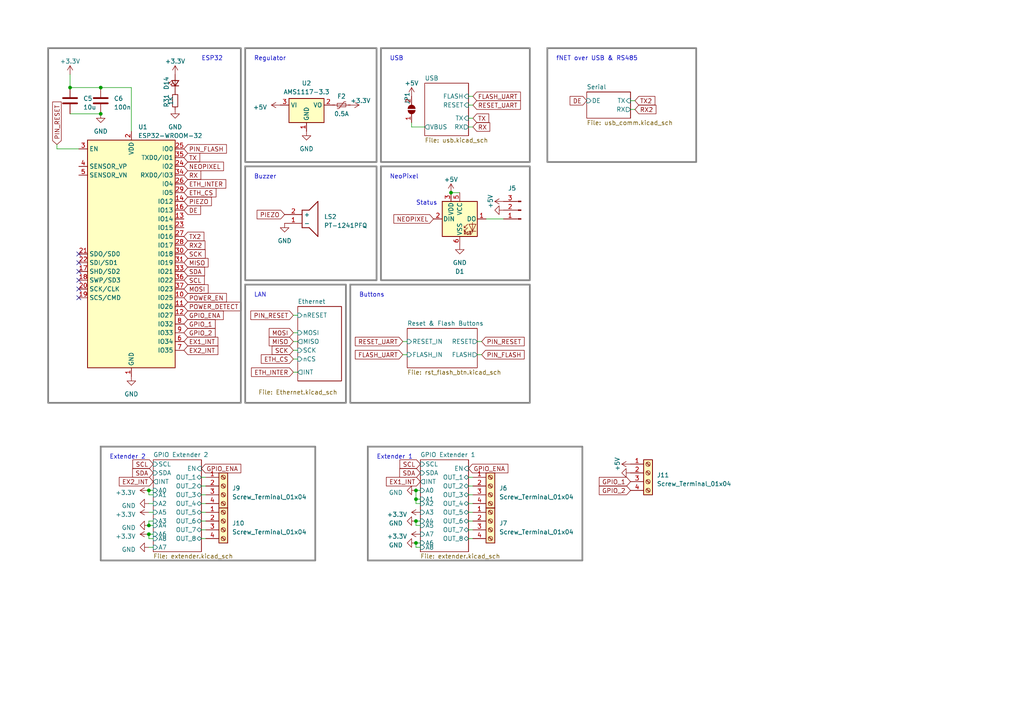
<source format=kicad_sch>
(kicad_sch (version 20230121) (generator eeschema)
  (paper "A4")
  (lib_symbols
    (symbol "Connector:Conn_01x03_Pin" (pin_names (offset 1.016) hide)
      (property "Reference" "J" (at 0 5.08 0))
      (property "Value" "Conn_01x03_Pin" (at 0 -5.08 0))
      (symbol "Conn_01x03_Pin_1_1"
        (polyline (pts (xy 1.27 -2.54) (xy 0.8636 -2.54)) (stroke (width 0.1524)))
        (polyline (pts (xy 1.27 0) (xy 0.8636 0)) (stroke (width 0.1524)))
        (polyline (pts (xy 1.27 2.54) (xy 0.8636 2.54)) (stroke (width 0.1524)))
        (rectangle (start 0.8636 -2.413) (end 0 -2.667) (stroke (width 0.1524)) (fill (type outline)))
        (rectangle (start 0.8636 0.127) (end 0 -0.127) (stroke (width 0.1524)) (fill (type outline)))
        (rectangle (start 0.8636 2.667) (end 0 2.413) (stroke (width 0.1524)) (fill (type outline)))
        (pin passive line (at 5.08 2.54 180) (length 3.81) (name "Pin_1") (number "1"))
        (pin passive line (at 5.08 0 180) (length 3.81) (name "Pin_2") (number "2"))
        (pin passive line (at 5.08 -2.54 180) (length 3.81) (name "Pin_3") (number "3"))
      )
    )
    (symbol "Connector:Screw_Terminal_01x04" (pin_names (offset 1.016) hide)
      (property "Reference" "J" (at 0 5.08 0))
      (property "Value" "Screw_Terminal_01x04" (at 0 -7.62 0))
      (symbol "Screw_Terminal_01x04_1_1"
        (rectangle (start -1.27 3.81) (end 1.27 -6.35) (stroke (width 0.254)) (fill (type background)))
        (circle (center 0 -5.08) (radius 0.635) (stroke (width 0.1524)))
        (circle (center 0 -2.54) (radius 0.635) (stroke (width 0.1524)))
        (polyline (pts (xy -0.5334 -4.7498) (xy 0.3302 -5.588)) (stroke (width 0.1524)))
        (polyline (pts (xy -0.5334 -2.2098) (xy 0.3302 -3.048)) (stroke (width 0.1524)))
        (polyline (pts (xy -0.5334 0.3302) (xy 0.3302 -0.508)) (stroke (width 0.1524)))
        (polyline (pts (xy -0.5334 2.8702) (xy 0.3302 2.032)) (stroke (width 0.1524)))
        (polyline (pts (xy -0.3556 -4.572) (xy 0.508 -5.4102)) (stroke (width 0.1524)))
        (polyline (pts (xy -0.3556 -2.032) (xy 0.508 -2.8702)) (stroke (width 0.1524)))
        (polyline (pts (xy -0.3556 0.508) (xy 0.508 -0.3302)) (stroke (width 0.1524)))
        (polyline (pts (xy -0.3556 3.048) (xy 0.508 2.2098)) (stroke (width 0.1524)))
        (circle (center 0 0) (radius 0.635) (stroke (width 0.1524)))
        (circle (center 0 2.54) (radius 0.635) (stroke (width 0.1524)))
        (pin passive line (at -5.08 2.54 0) (length 3.81) (name "Pin_1") (number "1"))
        (pin passive line (at -5.08 0 0) (length 3.81) (name "Pin_2") (number "2"))
        (pin passive line (at -5.08 -2.54 0) (length 3.81) (name "Pin_3") (number "3"))
        (pin passive line (at -5.08 -5.08 0) (length 3.81) (name "Pin_4") (number "4"))
      )
    )
    (symbol "Device:C" (pin_numbers hide) (pin_names (offset 0.254))
      (property "Reference" "C" (at 0.635 2.54 0))
      (property "Value" "C" (at 0.635 -2.54 0))
      (symbol "C_0_1"
        (polyline (pts (xy -2.032 -0.762) (xy 2.032 -0.762)) (stroke (width 0.508)))
        (polyline (pts (xy -2.032 0.762) (xy 2.032 0.762)) (stroke (width 0.508)))
      )
      (symbol "C_1_1"
        (pin passive line (at 0 3.81 270) (length 2.794) (name "~") (number "1"))
        (pin passive line (at 0 -3.81 90) (length 2.794) (name "~") (number "2"))
      )
    )
    (symbol "Device:LED_Small" (pin_numbers hide) (pin_names (offset 0.254) hide)
      (property "Reference" "D" (at -1.27 3.175 0))
      (property "Value" "LED_Small" (at -4.445 -2.54 0))
      (symbol "LED_Small_0_1"
        (polyline (pts (xy -0.762 -1.016) (xy -0.762 1.016)) (stroke (width 0.254)))
        (polyline (pts (xy 1.016 0) (xy -0.762 0)))
        (polyline (pts (xy 0.762 -1.016) (xy -0.762 0) (xy 0.762 1.016) (xy 0.762 -1.016)) (stroke (width 0.254)))
        (polyline (pts (xy 0 0.762) (xy -0.508 1.27) (xy -0.254 1.27) (xy -0.508 1.27) (xy -0.508 1.016)))
        (polyline (pts (xy 0.508 1.27) (xy 0 1.778) (xy 0.254 1.778) (xy 0 1.778) (xy 0 1.524)))
      )
      (symbol "LED_Small_1_1"
        (pin passive line (at -2.54 0 0) (length 1.778) (name "K") (number "1"))
        (pin passive line (at 2.54 0 180) (length 1.778) (name "A") (number "2"))
      )
    )
    (symbol "Device:Polyfuse_Small" (pin_numbers hide) (pin_names (offset 0))
      (property "Reference" "F" (at -1.905 0 90))
      (property "Value" "Polyfuse_Small" (at 1.905 0 90))
      (symbol "Polyfuse_Small_0_1"
        (rectangle (start -0.508 1.27) (end 0.508 -1.27))
        (polyline (pts (xy 0 2.54) (xy 0 -2.54)))
        (polyline (pts (xy -1.016 1.27) (xy -1.016 0.762) (xy 1.016 -0.762) (xy 1.016 -1.27)))
      )
      (symbol "Polyfuse_Small_1_1"
        (pin passive line (at 0 2.54 270) (length 0.635) (name "~") (number "1"))
        (pin passive line (at 0 -2.54 90) (length 0.635) (name "~") (number "2"))
      )
    )
    (symbol "Device:R_Small" (pin_numbers hide) (pin_names (offset 0.254) hide)
      (property "Reference" "R" (at 0.762 0.508 0))
      (property "Value" "R_Small" (at 0.762 -1.016 0))
      (symbol "R_Small_0_1"
        (rectangle (start -0.762 1.778) (end 0.762 -1.778) (stroke (width 0.2032)))
      )
      (symbol "R_Small_1_1"
        (pin passive line (at 0 2.54 270) (length 0.762) (name "~") (number "1"))
        (pin passive line (at 0 -2.54 90) (length 0.762) (name "~") (number "2"))
      )
    )
    (symbol "Jumper:SolderJumper_2_Open" (pin_names (offset 0) hide)
      (property "Reference" "JP" (at 0 2.032 0))
      (property "Value" "SolderJumper_2_Open" (at 0 -2.54 0))
      (symbol "SolderJumper_2_Open_0_1"
        (arc (start -0.254 1.016) (mid -1.2656 0) (end -0.254 -1.016))
        (arc (start -0.254 1.016) (mid -1.2656 0) (end -0.254 -1.016) (fill (type outline)))
        (polyline (pts (xy -0.254 1.016) (xy -0.254 -1.016)))
        (polyline (pts (xy 0.254 1.016) (xy 0.254 -1.016)))
        (arc (start 0.254 -1.016) (mid 1.2656 0) (end 0.254 1.016))
        (arc (start 0.254 -1.016) (mid 1.2656 0) (end 0.254 1.016) (fill (type outline)))
      )
      (symbol "SolderJumper_2_Open_1_1"
        (pin passive line (at -3.81 0 0) (length 2.54) (name "A") (number "1"))
        (pin passive line (at 3.81 0 180) (length 2.54) (name "B") (number "2"))
      )
    )
    (symbol "LED:Inolux_IN-PI556FCH" (pin_names (offset 0.254))
      (property "Reference" "D" (at 5.08 5.715 0))
      (property "Value" "Inolux_IN-PI556FCH" (at 1.27 -5.715 0))
      (symbol "Inolux_IN-PI556FCH_0_0"
        (text "RGB" (at 2.286 -4.191 0) (effects (font (size 0.762 0.762))))
      )
      (symbol "Inolux_IN-PI556FCH_0_1"
        (polyline (pts (xy 1.27 -3.556) (xy 1.778 -3.556)))
        (polyline (pts (xy 1.27 -2.54) (xy 1.778 -2.54)))
        (polyline (pts (xy 4.699 -3.556) (xy 2.667 -3.556)))
        (polyline (pts (xy 2.286 -2.54) (xy 1.27 -3.556) (xy 1.27 -3.048)))
        (polyline (pts (xy 2.286 -1.524) (xy 1.27 -2.54) (xy 1.27 -2.032)))
        (polyline (pts (xy 3.683 -1.016) (xy 3.683 -3.556) (xy 3.683 -4.064)))
        (polyline (pts (xy 4.699 -1.524) (xy 2.667 -1.524) (xy 3.683 -3.556) (xy 4.699 -1.524)))
        (rectangle (start 5.08 5.08) (end -5.08 -5.08) (stroke (width 0.254)) (fill (type background)))
      )
      (symbol "Inolux_IN-PI556FCH_1_1"
        (pin output line (at 7.62 0 180) (length 2.54) (name "DO") (number "1"))
        (pin input line (at -7.62 0 0) (length 2.54) (name "DIN") (number "2"))
        (pin power_in line (at -2.54 7.62 270) (length 2.54) (name "VDD") (number "3"))
        (pin no_connect line (at 5.08 2.54 180) (length 2.54) hide (name "NC") (number "4"))
        (pin power_in line (at 0 7.62 270) (length 2.54) (name "VCC") (number "5"))
        (pin power_in line (at 0 -7.62 90) (length 2.54) (name "VSS") (number "6"))
      )
    )
    (symbol "RF_Module:ESP32-WROOM-32"
      (property "Reference" "U" (at -12.7 34.29 0))
      (property "Value" "ESP32-WROOM-32" (at 1.27 34.29 0))
      (symbol "ESP32-WROOM-32_0_1"
        (rectangle (start -12.7 33.02) (end 12.7 -33.02) (stroke (width 0.254)) (fill (type background)))
      )
      (symbol "ESP32-WROOM-32_1_1"
        (pin power_in line (at 0 -35.56 90) (length 2.54) (name "GND") (number "1"))
        (pin bidirectional line (at 15.24 -12.7 180) (length 2.54) (name "IO25") (number "10"))
        (pin bidirectional line (at 15.24 -15.24 180) (length 2.54) (name "IO26") (number "11"))
        (pin bidirectional line (at 15.24 -17.78 180) (length 2.54) (name "IO27") (number "12"))
        (pin bidirectional line (at 15.24 10.16 180) (length 2.54) (name "IO14") (number "13"))
        (pin bidirectional line (at 15.24 15.24 180) (length 2.54) (name "IO12") (number "14"))
        (pin passive line (at 0 -35.56 90) (length 2.54) hide (name "GND") (number "15"))
        (pin bidirectional line (at 15.24 12.7 180) (length 2.54) (name "IO13") (number "16"))
        (pin bidirectional line (at -15.24 -5.08 0) (length 2.54) (name "SHD/SD2") (number "17"))
        (pin bidirectional line (at -15.24 -7.62 0) (length 2.54) (name "SWP/SD3") (number "18"))
        (pin bidirectional line (at -15.24 -12.7 0) (length 2.54) (name "SCS/CMD") (number "19"))
        (pin power_in line (at 0 35.56 270) (length 2.54) (name "VDD") (number "2"))
        (pin bidirectional line (at -15.24 -10.16 0) (length 2.54) (name "SCK/CLK") (number "20"))
        (pin bidirectional line (at -15.24 0 0) (length 2.54) (name "SDO/SD0") (number "21"))
        (pin bidirectional line (at -15.24 -2.54 0) (length 2.54) (name "SDI/SD1") (number "22"))
        (pin bidirectional line (at 15.24 7.62 180) (length 2.54) (name "IO15") (number "23"))
        (pin bidirectional line (at 15.24 25.4 180) (length 2.54) (name "IO2") (number "24"))
        (pin bidirectional line (at 15.24 30.48 180) (length 2.54) (name "IO0") (number "25"))
        (pin bidirectional line (at 15.24 20.32 180) (length 2.54) (name "IO4") (number "26"))
        (pin bidirectional line (at 15.24 5.08 180) (length 2.54) (name "IO16") (number "27"))
        (pin bidirectional line (at 15.24 2.54 180) (length 2.54) (name "IO17") (number "28"))
        (pin bidirectional line (at 15.24 17.78 180) (length 2.54) (name "IO5") (number "29"))
        (pin input line (at -15.24 30.48 0) (length 2.54) (name "EN") (number "3"))
        (pin bidirectional line (at 15.24 0 180) (length 2.54) (name "IO18") (number "30"))
        (pin bidirectional line (at 15.24 -2.54 180) (length 2.54) (name "IO19") (number "31"))
        (pin no_connect line (at -12.7 -27.94 0) (length 2.54) hide (name "NC") (number "32"))
        (pin bidirectional line (at 15.24 -5.08 180) (length 2.54) (name "IO21") (number "33"))
        (pin bidirectional line (at 15.24 22.86 180) (length 2.54) (name "RXD0/IO3") (number "34"))
        (pin bidirectional line (at 15.24 27.94 180) (length 2.54) (name "TXD0/IO1") (number "35"))
        (pin bidirectional line (at 15.24 -7.62 180) (length 2.54) (name "IO22") (number "36"))
        (pin bidirectional line (at 15.24 -10.16 180) (length 2.54) (name "IO23") (number "37"))
        (pin passive line (at 0 -35.56 90) (length 2.54) hide (name "GND") (number "38"))
        (pin passive line (at 0 -35.56 90) (length 2.54) hide (name "GND") (number "39"))
        (pin input line (at -15.24 25.4 0) (length 2.54) (name "SENSOR_VP") (number "4"))
        (pin input line (at -15.24 22.86 0) (length 2.54) (name "SENSOR_VN") (number "5"))
        (pin input line (at 15.24 -25.4 180) (length 2.54) (name "IO34") (number "6"))
        (pin input line (at 15.24 -27.94 180) (length 2.54) (name "IO35") (number "7"))
        (pin bidirectional line (at 15.24 -20.32 180) (length 2.54) (name "IO32") (number "8"))
        (pin bidirectional line (at 15.24 -22.86 180) (length 2.54) (name "IO33") (number "9"))
      )
    )
    (symbol "Regulator_Linear:AMS1117-3.3"
      (property "Reference" "U" (at -3.81 3.175 0))
      (property "Value" "AMS1117-3.3" (at 0 3.175 0))
      (symbol "AMS1117-3.3_0_1"
        (rectangle (start -5.08 -5.08) (end 5.08 1.905) (stroke (width 0.254)) (fill (type background)))
      )
      (symbol "AMS1117-3.3_1_1"
        (pin power_in line (at 0 -7.62 90) (length 2.54) (name "GND") (number "1"))
        (pin power_out line (at 7.62 0 180) (length 2.54) (name "VO") (number "2"))
        (pin power_in line (at -7.62 0 0) (length 2.54) (name "VI") (number "3"))
      )
    )
    (symbol "SamacSys_Parts:PT-1241PFQ"
      (property "Reference" "LS" (at 11.43 0 0))
      (property "Value" "PT-1241PFQ" (at 11.43 -2.54 0))
      (symbol "PT-1241PFQ_1_1"
        (polyline (pts (xy 5.08 1.27) (xy 5.08 -3.81)) (stroke (width 0.254)))
        (polyline (pts (xy 5.08 1.27) (xy 7.112 1.27)) (stroke (width 0.254)))
        (polyline (pts (xy 7.112 -3.81) (xy 5.08 -3.81)) (stroke (width 0.254)))
        (polyline (pts (xy 7.112 -3.81) (xy 9.652 -6.35)) (stroke (width 0.254)))
        (polyline (pts (xy 9.652 3.81) (xy 7.112 1.27)) (stroke (width 0.254)))
        (polyline (pts (xy 9.652 3.81) (xy 9.652 -6.35)) (stroke (width 0.254)))
        (pin passive line (at 0 -2.54 0) (length 5.08) (name "-") (number "1"))
        (pin passive line (at 0 0 0) (length 5.08) (name "+") (number "2"))
      )
    )
    (symbol "power:+3.3V" (power) (pin_names (offset 0))
      (property "Value" "+3.3V" (at 0 3.556 0))
      (symbol "+3.3V_0_1"
        (polyline (pts (xy -0.762 1.27) (xy 0 2.54)))
        (polyline (pts (xy 0 0) (xy 0 2.54)))
        (polyline (pts (xy 0 2.54) (xy 0.762 1.27)))
      )
      (symbol "+3.3V_1_1"
        (pin power_in line (at 0 0 90) (length 0) hide (name "+3.3V") (number "1"))
      )
    )
    (symbol "power:+5V" (power) (pin_names (offset 0))
      (property "Value" "+5V" (at 0 3.556 0))
      (symbol "+5V_0_1"
        (polyline (pts (xy -0.762 1.27) (xy 0 2.54)))
        (polyline (pts (xy 0 0) (xy 0 2.54)))
        (polyline (pts (xy 0 2.54) (xy 0.762 1.27)))
      )
      (symbol "+5V_1_1"
        (pin power_in line (at 0 0 90) (length 0) hide (name "+5V") (number "1"))
      )
    )
    (symbol "power:GND" (power) (pin_names (offset 0))
      (property "Value" "GND" (at 0 -3.81 0))
      (symbol "GND_0_1"
        (polyline (pts (xy 0 0) (xy 0 -1.27) (xy 1.27 -1.27) (xy 0 -2.54) (xy -1.27 -1.27) (xy 0 -1.27)))
      )
      (symbol "GND_1_1"
        (pin power_in line (at 0 0 270) (length 0) hide (name "GND") (number "1"))
      )
    )
  )
  (junction (at 43.18 142.24))
  (junction (at 29.21 25.4))
  (junction (at 43.18 152.4))
  (junction (at 130.81 55.88))
  (junction (at 120.65 157.48))
  (junction (at 120.65 151.13))
  (junction (at 43.18 154.94))
  (junction (at 120.65 144.78))
  (junction (at 20.32 25.4))
  (junction (at 29.21 33.02))
  (junction (at 120.65 142.24))
  (no_connect (at 22.86 73.66))
  (no_connect (at 22.86 83.82))
  (no_connect (at 22.86 81.28))
  (no_connect (at 22.86 86.36))
  (no_connect (at 22.86 76.2))
  (no_connect (at 22.86 78.74))
  (wire (pts (xy 116.84 102.87) (xy 118.11 102.87)))
  (wire (pts (xy 20.32 25.4) (xy 29.21 25.4)))
  (wire (pts (xy 135.89 143.51) (xy 137.16 143.51)))
  (wire (pts (xy 182.88 29.21) (xy 184.15 29.21)))
  (wire (pts (xy 38.1 25.4) (xy 38.1 38.1)))
  (wire (pts (xy 135.89 151.13) (xy 137.16 151.13)))
  (wire (pts (xy 44.45 142.24) (xy 43.18 142.24)))
  (wire (pts (xy 120.65 142.24) (xy 121.92 142.24)))
  (wire (pts (xy 58.42 151.13) (xy 59.69 151.13)))
  (wire (pts (xy 135.89 138.43) (xy 137.16 138.43)))
  (wire (pts (xy 43.18 152.4) (xy 44.45 152.4)))
  (wire (pts (xy 120.65 146.05) (xy 120.65 144.78)))
  (wire (pts (xy 85.09 91.44) (xy 86.36 91.44)))
  (wire (pts (xy 120.65 142.24) (xy 120.65 144.78)))
  (wire (pts (xy 121.92 158.75) (xy 120.65 158.75)))
  (wire (pts (xy 58.42 146.05) (xy 59.69 146.05)))
  (wire (pts (xy 58.42 156.21) (xy 59.69 156.21)))
  (wire (pts (xy 58.42 148.59) (xy 59.69 148.59)))
  (wire (pts (xy 116.84 99.06) (xy 118.11 99.06)))
  (wire (pts (xy 121.92 146.05) (xy 120.65 146.05)))
  (wire (pts (xy 44.45 156.21) (xy 43.18 156.21)))
  (wire (pts (xy 43.18 156.21) (xy 43.18 154.94)))
  (wire (pts (xy 43.18 151.13) (xy 43.18 152.4)))
  (wire (pts (xy 135.89 34.29) (xy 137.16 34.29)))
  (wire (pts (xy 43.18 142.24) (xy 43.18 143.51)))
  (wire (pts (xy 85.09 99.06) (xy 86.36 99.06)))
  (wire (pts (xy 135.89 36.83) (xy 137.16 36.83)))
  (wire (pts (xy 120.65 158.75) (xy 120.65 157.48)))
  (wire (pts (xy 135.89 146.05) (xy 137.16 146.05)))
  (wire (pts (xy 58.42 143.51) (xy 59.69 143.51)))
  (wire (pts (xy 135.89 140.97) (xy 137.16 140.97)))
  (wire (pts (xy 85.09 96.52) (xy 86.36 96.52)))
  (wire (pts (xy 44.45 151.13) (xy 43.18 151.13)))
  (wire (pts (xy 20.32 21.59) (xy 20.32 25.4)))
  (wire (pts (xy 120.65 151.13) (xy 121.92 151.13)))
  (wire (pts (xy 135.89 27.94) (xy 137.16 27.94)))
  (wire (pts (xy 43.18 143.51) (xy 44.45 143.51)))
  (wire (pts (xy 58.42 140.97) (xy 59.69 140.97)))
  (wire (pts (xy 16.51 41.91) (xy 16.51 43.18)))
  (wire (pts (xy 135.89 30.48) (xy 137.16 30.48)))
  (wire (pts (xy 121.92 152.4) (xy 120.65 152.4)))
  (wire (pts (xy 119.38 35.56) (xy 119.38 36.83)))
  (wire (pts (xy 85.09 104.14) (xy 86.36 104.14)))
  (wire (pts (xy 120.65 144.78) (xy 121.92 144.78)))
  (wire (pts (xy 138.43 99.06) (xy 139.7 99.06)))
  (wire (pts (xy 43.18 148.59) (xy 44.45 148.59)))
  (wire (pts (xy 120.65 157.48) (xy 121.92 157.48)))
  (wire (pts (xy 182.88 31.75) (xy 184.15 31.75)))
  (wire (pts (xy 135.89 156.21) (xy 137.16 156.21)))
  (wire (pts (xy 20.32 33.02) (xy 29.21 33.02)))
  (wire (pts (xy 58.42 138.43) (xy 59.69 138.43)))
  (wire (pts (xy 130.81 55.88) (xy 133.35 55.88)))
  (wire (pts (xy 135.89 148.59) (xy 137.16 148.59)))
  (wire (pts (xy 85.09 101.6) (xy 86.36 101.6)))
  (wire (pts (xy 138.43 102.87) (xy 139.7 102.87)))
  (wire (pts (xy 43.18 146.05) (xy 44.45 146.05)))
  (wire (pts (xy 58.42 153.67) (xy 59.69 153.67)))
  (wire (pts (xy 135.89 153.67) (xy 137.16 153.67)))
  (wire (pts (xy 120.65 152.4) (xy 120.65 151.13)))
  (wire (pts (xy 43.18 154.94) (xy 44.45 154.94)))
  (wire (pts (xy 85.09 107.95) (xy 86.36 107.95)))
  (wire (pts (xy 140.97 63.5) (xy 146.05 63.5)))
  (wire (pts (xy 119.38 36.83) (xy 123.19 36.83)))
  (wire (pts (xy 16.51 43.18) (xy 22.86 43.18)))
  (wire (pts (xy 29.21 25.4) (xy 38.1 25.4)))
  (wire (pts (xy 43.18 158.75) (xy 44.45 158.75)))
  (rectangle (start 110.49 13.97) (end 153.67 46.99) (stroke (width 0.5) (color 132 132 132 1)))
  (rectangle (start 71.12 82.55) (end 100.33 116.84) (stroke (width 0.5) (color 132 132 132 1)))
  (rectangle (start 71.12 48.26) (end 109.22 81.28) (stroke (width 0.5) (color 132 132 132 1)))
  (rectangle (start 29.21 129.54) (end 91.44 162.56) (stroke (width 0.5) (color 132 132 132 1)))
  (rectangle (start 13.97 13.97) (end 69.85 116.84) (stroke (width 0.5) (color 132 132 132 1)))
  (rectangle (start 101.6 82.55) (end 153.67 116.84) (stroke (width 0.5) (color 132 132 132 1)))
  (rectangle (start 110.49 48.26) (end 153.67 81.28) (stroke (width 0.5) (color 132 132 132 1)))
  (rectangle (start 158.75 13.97) (end 201.93 46.99) (stroke (width 0.5) (color 132 132 132 1)))
  (rectangle (start 71.12 13.97) (end 109.22 46.99) (stroke (width 0.5) (color 132 132 132 1)))
  (rectangle (start 106.68 129.54) (end 168.91 162.56) (stroke (width 0.5) (color 132 132 132 1)))
  (text "Extender 1" (at 109.22 133.35 0) (effects (font (size 1.27 1.27)) (justify left bottom)))
  (text "NeoPixel" (at 113.03 52.07 0) (effects (font (size 1.27 1.27)) (justify left bottom)))
  (text "Buttons" (at 104.14 86.36 0) (effects (font (size 1.27 1.27)) (justify left bottom)))
  (text "Extender 2" (at 31.75 133.35 0) (effects (font (size 1.27 1.27)) (justify left bottom)))
  (text "ESP32" (at 58.42 17.78 0) (effects (font (size 1.27 1.27)) (justify left bottom)))
  (text "Buzzer" (at 73.66 52.07 0) (effects (font (size 1.27 1.27)) (justify left bottom)))
  (text "Regulator" (at 73.66 17.78 0) (effects (font (size 1.27 1.27)) (justify left bottom)))
  (text "Status" (at 120.65 59.69 0) (effects (font (size 1.27 1.27)) (justify left bottom)))
  (text "LAN" (at 73.66 86.36 0) (effects (font (size 1.27 1.27)) (justify left bottom)))
  (text "USB" (at 113.03 17.78 0) (effects (font (size 1.27 1.27)) (justify left bottom)))
  (text "fNET over USB & RS485" (at 161.29 17.78 0) (effects (font (size 1.27 1.27)) (justify left bottom)))
  (global_label "GPIO_ENA" (shape input) (at 135.89 135.89 0) (property "Intersheetrefs" "${INTERSHEET_REFS}" (effects hide)))
  (global_label "MISO" (shape input) (at 85.09 99.06 180) (property "Intersheetrefs" "${INTERSHEET_REFS}" (effects hide)))
  (global_label "PIN_RESET" (shape input) (at 139.7 99.06 0) (property "Intersheetrefs" "${INTERSHEET_REFS}" (effects hide)))
  (global_label "ETH_INTER" (shape input) (at 85.09 107.95 180) (property "Intersheetrefs" "${INTERSHEET_REFS}" (effects hide)))
  (global_label "RX2" (shape input) (at 53.34 71.12 0) (property "Intersheetrefs" "${INTERSHEET_REFS}" (effects hide)))
  (global_label "GPIO_2" (shape input) (at 53.34 96.52 0) (property "Intersheetrefs" "${INTERSHEET_REFS}" (effects hide)))
  (global_label "PIEZO" (shape input) (at 53.34 58.42 0) (property "Intersheetrefs" "${INTERSHEET_REFS}" (effects hide)))
  (global_label "RESET_UART" (shape input) (at 116.84 99.06 180) (property "Intersheetrefs" "${INTERSHEET_REFS}" (effects hide)))
  (global_label "ETH_INTER" (shape input) (at 53.34 53.34 0) (property "Intersheetrefs" "${INTERSHEET_REFS}" (effects hide)))
  (global_label "DE" (shape input) (at 53.34 60.96 0) (property "Intersheetrefs" "${INTERSHEET_REFS}" (effects hide)))
  (global_label "POWER_EN" (shape input) (at 53.34 86.36 0) (property "Intersheetrefs" "${INTERSHEET_REFS}" (effects hide)))
  (global_label "PIN_RESET" (shape input) (at 85.09 91.44 180) (property "Intersheetrefs" "${INTERSHEET_REFS}" (effects hide)))
  (global_label "SDA" (shape input) (at 121.92 137.16 180) (property "Intersheetrefs" "${INTERSHEET_REFS}" (effects hide)))
  (global_label "PIN_FLASH" (shape input) (at 53.34 43.18 0) (property "Intersheetrefs" "${INTERSHEET_REFS}" (effects hide)))
  (global_label "SCK" (shape input) (at 85.09 101.6 180) (property "Intersheetrefs" "${INTERSHEET_REFS}" (effects hide)))
  (global_label "GPIO_1" (shape input) (at 53.34 93.98 0) (property "Intersheetrefs" "${INTERSHEET_REFS}" (effects hide)))
  (global_label "FLASH_UART" (shape input) (at 116.84 102.87 180) (property "Intersheetrefs" "${INTERSHEET_REFS}" (effects hide)))
  (global_label "RX" (shape input) (at 53.34 50.8 0) (property "Intersheetrefs" "${INTERSHEET_REFS}" (effects hide)))
  (global_label "SDA" (shape input) (at 53.34 78.74 0) (property "Intersheetrefs" "${INTERSHEET_REFS}" (effects hide)))
  (global_label "RX" (shape input) (at 137.16 36.83 0) (property "Intersheetrefs" "${INTERSHEET_REFS}" (effects hide)))
  (global_label "ETH_CS" (shape input) (at 85.09 104.14 180) (property "Intersheetrefs" "${INTERSHEET_REFS}" (effects hide)))
  (global_label "MISO" (shape input) (at 53.34 76.2 0) (property "Intersheetrefs" "${INTERSHEET_REFS}" (effects hide)))
  (global_label "TX" (shape input) (at 53.34 45.72 0) (property "Intersheetrefs" "${INTERSHEET_REFS}" (effects hide)))
  (global_label "DE" (shape input) (at 170.18 29.21 180) (property "Intersheetrefs" "${INTERSHEET_REFS}" (effects hide)))
  (global_label "GPIO_1" (shape input) (at 182.88 139.7 180) (property "Intersheetrefs" "${INTERSHEET_REFS}" (effects hide)))
  (global_label "TX2" (shape input) (at 53.34 68.58 0) (property "Intersheetrefs" "${INTERSHEET_REFS}" (effects hide)))
  (global_label "NEOPIXEL" (shape input) (at 125.73 63.5 180) (property "Intersheetrefs" "${INTERSHEET_REFS}" (effects hide)))
  (global_label "MOSI" (shape input) (at 53.34 83.82 0) (property "Intersheetrefs" "${INTERSHEET_REFS}" (effects hide)))
  (global_label "PIEZO" (shape input) (at 82.55 62.23 180) (property "Intersheetrefs" "${INTERSHEET_REFS}" (effects hide)))
  (global_label "PIN_RESET" (shape input) (at 16.51 41.91 90) (property "Intersheetrefs" "${INTERSHEET_REFS}" (effects hide)))
  (global_label "NEOPIXEL" (shape input) (at 53.34 48.26 0) (property "Intersheetrefs" "${INTERSHEET_REFS}" (effects hide)))
  (global_label "TX2" (shape input) (at 184.15 29.21 0) (property "Intersheetrefs" "${INTERSHEET_REFS}" (effects hide)))
  (global_label "EX1_INT" (shape input) (at 121.92 139.7 180) (property "Intersheetrefs" "${INTERSHEET_REFS}" (effects hide)))
  (global_label "GPIO_ENA" (shape input) (at 53.34 91.44 0) (property "Intersheetrefs" "${INTERSHEET_REFS}" (effects hide)))
  (global_label "EX1_INT" (shape input) (at 53.34 99.06 0) (property "Intersheetrefs" "${INTERSHEET_REFS}" (effects hide)))
  (global_label "RX2" (shape input) (at 184.15 31.75 0) (property "Intersheetrefs" "${INTERSHEET_REFS}" (effects hide)))
  (global_label "FLASH_UART" (shape input) (at 137.16 27.94 0) (property "Intersheetrefs" "${INTERSHEET_REFS}" (effects hide)))
  (global_label "RESET_UART" (shape input) (at 137.16 30.48 0) (property "Intersheetrefs" "${INTERSHEET_REFS}" (effects hide)))
  (global_label "GPIO_2" (shape input) (at 182.88 142.24 180) (property "Intersheetrefs" "${INTERSHEET_REFS}" (effects hide)))
  (global_label "EX2_INT" (shape input) (at 44.45 139.7 180) (property "Intersheetrefs" "${INTERSHEET_REFS}" (effects hide)))
  (global_label "SCL" (shape input) (at 53.34 81.28 0) (property "Intersheetrefs" "${INTERSHEET_REFS}" (effects hide)))
  (global_label "SCL" (shape input) (at 121.92 134.62 180) (property "Intersheetrefs" "${INTERSHEET_REFS}" (effects hide)))
  (global_label "SCL" (shape input) (at 44.45 134.62 180) (property "Intersheetrefs" "${INTERSHEET_REFS}" (effects hide)))
  (global_label "POWER_DETECT" (shape input) (at 53.34 88.9 0) (property "Intersheetrefs" "${INTERSHEET_REFS}" (effects hide)))
  (global_label "PIN_FLASH" (shape input) (at 139.7 102.87 0) (property "Intersheetrefs" "${INTERSHEET_REFS}" (effects hide)))
  (global_label "SDA" (shape input) (at 44.45 137.16 180) (property "Intersheetrefs" "${INTERSHEET_REFS}" (effects hide)))
  (global_label "EX2_INT" (shape input) (at 53.34 101.6 0) (property "Intersheetrefs" "${INTERSHEET_REFS}" (effects hide)))
  (global_label "GPIO_ENA" (shape input) (at 58.42 135.89 0) (property "Intersheetrefs" "${INTERSHEET_REFS}" (effects hide)))
  (global_label "TX" (shape input) (at 137.16 34.29 0) (property "Intersheetrefs" "${INTERSHEET_REFS}" (effects hide)))
  (global_label "SCK" (shape input) (at 53.34 73.66 0) (property "Intersheetrefs" "${INTERSHEET_REFS}" (effects hide)))
  (global_label "MOSI" (shape input) (at 85.09 96.52 180) (property "Intersheetrefs" "${INTERSHEET_REFS}" (effects hide)))
  (global_label "ETH_CS" (shape input) (at 53.34 55.88 0) (property "Intersheetrefs" "${INTERSHEET_REFS}" (effects hide)))
  (symbol (lib_id "power:GND") (at 120.65 151.13 270) (unit 1)
    (property "Reference" "#PWR082" (effects hide))
    (property "Value" "GND" (at 116.84 151.765 90) (effects (justify right)))
  )
  (symbol (lib_id "Device:C") (at 20.32 29.21 0) (unit 1)
    (property "Reference" "C5" (at 24.13 28.575 0) (effects (justify left)))
    (property "Value" "10u" (at 24.13 31.115 0) (effects (justify left)))
    (property "Footprint" "Capacitor_SMD:C_0805_2012Metric_Pad1.18x1.45mm_HandSolder" (effects hide))
  )
  (symbol (lib_id "power:+3.3V") (at 101.6 30.48 270) (unit 1)
    (property "Reference" "#PWR032" (effects hide))
    (property "Value" "+3.3V" (at 101.6 29.21 90) (effects (justify left)))
  )
  (symbol (lib_id "power:GND") (at 82.55 64.77 0) (unit 1)
    (property "Reference" "#PWR067" (effects hide))
    (property "Value" "GND" (at 82.55 69.85 0))
  )
  (symbol (lib_id "SamacSys_Parts:PT-1241PFQ") (at 82.55 62.23 0) (unit 1)
    (property "Reference" "LS2" (at 93.98 62.865 0) (effects (justify left)))
    (property "Value" "PT-1241PFQ" (at 93.98 65.405 0) (effects (justify left)))
    (property "Footprint" "SamacSys_Parts:PT1241PFQ" (effects hide))
    (property "Datasheet" "https://componentsearchengine.com/Datasheets/1/PT-1241PFQ.pdf" (effects hide))
    (property "Height" "6.2" (effects hide))
    (property "Mouser Part Number" "539-PT-1241PFQ" (effects hide))
    (property "Mouser Price/Stock" "https://www.mouser.co.uk/ProductDetail/Mallory-Sonalert/PT-1241PFQ?qs=SXHtpsd1MbZK3moZP%252BuqlA%3D%3D" (effects hide))
    (property "Manufacturer_Name" "Mallory Sonalert" (effects hide))
    (property "Manufacturer_Part_Number" "PT-1241PFQ" (effects hide))
  )
  (symbol (lib_id "power:+3.3V") (at 43.18 148.59 90) (unit 1)
    (property "Reference" "#PWR0197" (effects hide))
    (property "Value" "+3.3V" (at 39.37 149.225 90) (effects (justify left)))
  )
  (symbol (lib_id "power:GND") (at 43.18 146.05 270) (unit 1)
    (property "Reference" "#PWR0103" (effects hide))
    (property "Value" "GND" (at 39.37 146.685 90) (effects (justify right)))
  )
  (symbol (lib_id "power:GND") (at 43.18 152.4 270) (unit 1)
    (property "Reference" "#PWR0104" (effects hide))
    (property "Value" "GND" (at 39.37 153.035 90) (effects (justify right)))
  )
  (symbol (lib_id "Connector:Screw_Terminal_01x04") (at 142.24 140.97 0) (unit 1)
    (property "Reference" "J6" (at 144.78 141.605 0) (effects (justify left)))
    (property "Value" "Screw_Terminal_01x04" (at 144.78 144.145 0) (effects (justify left)))
    (property "Footprint" "TerminalBlock:TerminalBlock_bornier-4_P5.08mm" (effects hide))
  )
  (symbol (lib_id "power:GND") (at 146.05 60.96 270) (unit 1)
    (property "Reference" "#PWR087" (effects hide))
    (property "Value" "GND" (effects hide))
  )
  (symbol (lib_id "power:GND") (at 38.1 109.22 0) (unit 1)
    (property "Reference" "#PWR023" (effects hide))
    (property "Value" "GND" (at 38.1 114.3 0))
  )
  (symbol (lib_id "power:GND") (at 50.8 31.75 0) (unit 1)
    (property "Reference" "#PWR099" (effects hide))
    (property "Value" "GND" (at 50.8 36.83 0))
  )
  (symbol (lib_id "Jumper:SolderJumper_2_Open") (at 119.38 31.75 90) (unit 1)
    (property "Reference" "JP1" (at 118.11 26.67 0) (effects (justify right)))
    (property "Value" "SolderJumper_2_Open" (effects hide))
    (property "Footprint" "Jumper:SolderJumper-2_P1.3mm_Open_Pad1.0x1.5mm" (effects hide))
  )
  (symbol (lib_id "power:+5V") (at 146.05 58.42 90) (unit 1)
    (property "Reference" "#PWR086" (effects hide))
    (property "Value" "+5V" (at 142.24 58.42 0))
  )
  (symbol (lib_id "Connector:Screw_Terminal_01x04") (at 64.77 140.97 0) (unit 1)
    (property "Reference" "J9" (at 67.31 141.605 0) (effects (justify left)))
    (property "Value" "Screw_Terminal_01x04" (at 67.31 144.145 0) (effects (justify left)))
    (property "Footprint" "TerminalBlock:TerminalBlock_bornier-4_P5.08mm" (effects hide))
  )
  (symbol (lib_id "power:GND") (at 88.9 38.1 0) (unit 1)
    (property "Reference" "#PWR031" (effects hide))
    (property "Value" "GND" (at 88.9 43.18 0))
  )
  (symbol (lib_id "Connector:Screw_Terminal_01x04") (at 142.24 151.13 0) (unit 1)
    (property "Reference" "J7" (at 144.78 151.765 0) (effects (justify left)))
    (property "Value" "Screw_Terminal_01x04" (at 144.78 154.305 0) (effects (justify left)))
    (property "Footprint" "TerminalBlock:TerminalBlock_bornier-4_P5.08mm" (effects hide))
  )
  (symbol (lib_id "power:GND") (at 120.65 157.48 270) (unit 1)
    (property "Reference" "#PWR085" (effects hide))
    (property "Value" "GND" (at 116.84 158.115 90) (effects (justify right)))
  )
  (symbol (lib_id "power:+3.3V") (at 43.18 154.94 90) (unit 1)
    (property "Reference" "#PWR0198" (effects hide))
    (property "Value" "+3.3V" (at 39.37 155.575 90) (effects (justify left)))
  )
  (symbol (lib_id "power:GND") (at 182.88 137.16 270) (unit 1)
    (property "Reference" "#PWR0167" (effects hide))
    (property "Value" "GND" (effects hide))
  )
  (symbol (lib_id "power:GND") (at 29.21 33.02 0) (unit 1)
    (property "Reference" "#PWR022" (effects hide))
    (property "Value" "GND" (at 29.21 38.1 0))
  )
  (symbol (lib_id "Device:LED_Small") (at 50.8 24.13 90) (unit 1)
    (property "Reference" "D14" (at 48.26 24.13 0))
    (property "Value" "LED_Small" (effects hide))
    (property "Footprint" "LED_SMD:LED_0805_2012Metric_Pad1.15x1.40mm_HandSolder" (effects hide))
  )
  (symbol (lib_id "Connector:Screw_Terminal_01x04") (at 187.96 137.16 0) (unit 1)
    (property "Reference" "J11" (at 190.5 137.795 0) (effects (justify left)))
    (property "Value" "Screw_Terminal_01x04" (at 190.5 140.335 0) (effects (justify left)))
    (property "Footprint" "SamacSys_Parts:2843924" (effects hide))
  )
  (symbol (lib_id "Connector:Screw_Terminal_01x04") (at 64.77 151.13 0) (unit 1)
    (property "Reference" "J10" (at 67.31 151.765 0) (effects (justify left)))
    (property "Value" "Screw_Terminal_01x04" (at 67.31 154.305 0) (effects (justify left)))
    (property "Footprint" "TerminalBlock:TerminalBlock_bornier-4_P5.08mm" (effects hide))
  )
  (symbol (lib_id "Device:C") (at 29.21 29.21 0) (unit 1)
    (property "Reference" "C6" (at 33.02 28.575 0) (effects (justify left)))
    (property "Value" "100n" (at 33.02 31.115 0) (effects (justify left)))
    (property "Footprint" "Capacitor_SMD:C_0805_2012Metric_Pad1.18x1.45mm_HandSolder" (effects hide))
  )
  (symbol (lib_id "power:+3.3V") (at 20.32 21.59 0) (unit 1)
    (property "Reference" "#PWR021" (effects hide))
    (property "Value" "+3.3V" (at 20.32 17.78 0))
  )
  (symbol (lib_id "power:+3.3V") (at 121.92 154.94 90) (unit 1)
    (property "Reference" "#PWR0194" (effects hide))
    (property "Value" "+3.3V" (at 118.11 155.575 90) (effects (justify left)))
  )
  (symbol (lib_id "power:GND") (at 133.35 71.12 0) (unit 1)
    (property "Reference" "#PWR037" (effects hide))
    (property "Value" "GND" (at 133.35 76.2 0))
  )
  (symbol (lib_id "power:+5V") (at 119.38 27.94 0) (unit 1)
    (property "Reference" "#PWR01" (effects hide))
    (property "Value" "+5V" (at 119.38 24.13 0))
  )
  (symbol (lib_id "Regulator_Linear:AMS1117-3.3") (at 88.9 30.48 0) (unit 1)
    (property "Reference" "U2" (at 88.9 24.13 0))
    (property "Value" "AMS1117-3.3" (at 88.9 26.67 0))
    (property "Footprint" "Package_TO_SOT_SMD:SOT-223-3_TabPin2" (effects hide))
    (property "Datasheet" "http://www.advanced-monolithic.com/pdf/ds1117.pdf" (effects hide))
  )
  (symbol (lib_id "power:+5V") (at 182.88 134.62 90) (unit 1)
    (property "Reference" "#PWR0166" (effects hide))
    (property "Value" "+5V" (at 179.07 134.62 0))
  )
  (symbol (lib_id "power:GND") (at 120.65 142.24 270) (unit 1)
    (property "Reference" "#PWR081" (effects hide))
    (property "Value" "GND" (at 116.84 142.875 90) (effects (justify right)))
  )
  (symbol (lib_id "power:+5V") (at 81.28 30.48 90) (unit 1)
    (property "Reference" "#PWR030" (effects hide))
    (property "Value" "+5V" (at 77.47 31.115 90) (effects (justify left)))
  )
  (symbol (lib_id "power:+3.3V") (at 43.18 142.24 90) (unit 1)
    (property "Reference" "#PWR0196" (effects hide))
    (property "Value" "+3.3V" (at 39.37 142.875 90) (effects (justify left)))
  )
  (symbol (lib_id "Device:Polyfuse_Small") (at 99.06 30.48 90) (unit 1)
    (property "Reference" "F2" (at 99.06 27.94 90))
    (property "Value" "0.5A" (at 99.06 33.02 90))
    (property "Footprint" "Fuse:Fuse_2512_6332Metric_Pad1.52x3.35mm_HandSolder" (effects hide))
  )
  (symbol (lib_id "power:+3.3V") (at 121.92 148.59 90) (unit 1)
    (property "Reference" "#PWR0195" (effects hide))
    (property "Value" "+3.3V" (at 118.11 149.225 90) (effects (justify left)))
  )
  (symbol (lib_id "RF_Module:ESP32-WROOM-32") (at 38.1 73.66 0) (unit 1)
    (property "Reference" "U1" (at 40.0559 36.83 0) (effects (justify left)))
    (property "Value" "ESP32-WROOM-32" (at 40.0559 39.37 0) (effects (justify left)))
    (property "Footprint" "RF_Module:ESP32-WROOM-32" (effects hide))
    (property "Datasheet" "https://www.espressif.com/sites/default/files/documentation/esp32-wroom-32_datasheet_en.pdf" (effects hide))
  )
  (symbol (lib_id "LED:Inolux_IN-PI556FCH") (at 133.35 63.5 0) (unit 1)
    (property "Reference" "D1" (at 133.35 78.74 0))
    (property "Value" "Inolux_IN-PI556FCH" (effects hide))
    (property "Footprint" "LED_SMD:LED_WS2812_PLCC6_5.0x5.0mm_P1.6mm" (effects hide))
    (property "Datasheet" "http://www.inolux-corp.com/datasheet/SMDLED/Addressable%20LED/IN-PI556FCH.pdf" (effects hide))
  )
  (symbol (lib_id "Connector:Conn_01x03_Pin") (at 151.13 60.96 180) (unit 1)
    (property "Reference" "J5" (at 147.32 54.61 0) (effects (justify right)))
    (property "Value" "Conn_01x03_Pin" (effects hide))
    (property "Footprint" "Connector_PinHeader_2.54mm:PinHeader_1x03_P2.54mm_Vertical" (effects hide))
  )
  (symbol (lib_id "Device:R_Small") (at 50.8 29.21 0) (unit 1)
    (property "Reference" "R31" (at 48.26 29.21 90))
    (property "Value" "1K" (at 49.53 29.21 90))
    (property "Footprint" "Resistor_SMD:R_0805_2012Metric_Pad1.20x1.40mm_HandSolder" (effects hide))
  )
  (symbol (lib_id "power:+3.3V") (at 50.8 21.59 0) (unit 1)
    (property "Reference" "#PWR098" (effects hide))
    (property "Value" "+3.3V" (at 50.8 17.78 0))
  )
  (symbol (lib_id "power:GND") (at 43.18 158.75 270) (unit 1)
    (property "Reference" "#PWR0105" (effects hide))
    (property "Value" "GND" (at 39.37 159.385 90) (effects (justify right)))
  )
  (symbol (lib_id "power:+5V") (at 130.81 55.88 0) (unit 1)
    (property "Reference" "#PWR036" (effects hide))
    (property "Value" "+5V" (at 130.81 52.07 0))
  )
  (sheet (at 44.45 133.35) (size 13.97 26.67) (stroke (width 0.1524))
    (property "Sheetname" "GPIO Extender 2" (at 44.45 132.6384 0) (effects (justify left bottom)))
    (property "Sheetfile" "extender.kicad_sch" (at 44.45 160.6046 0) (effects (justify left top)))
    (pin "OUT_2" bidirectional (at 58.42 140.97 0))
    (pin "OUT_1" bidirectional (at 58.42 138.43 0))
    (pin "OUT_7" bidirectional (at 58.42 153.67 0))
    (pin "OUT_8" bidirectional (at 58.42 156.21 0))
    (pin "SCL" input (at 44.45 134.62 180))
    (pin "OUT_3" bidirectional (at 58.42 143.51 0))
    (pin "OUT_4" bidirectional (at 58.42 146.05 0))
    (pin "OUT_6" bidirectional (at 58.42 151.13 0))
    (pin "OUT_5" bidirectional (at 58.42 148.59 0))
    (pin "A0" input (at 44.45 142.24 180))
    (pin "A1" input (at 44.45 143.51 180))
    (pin "A2" input (at 44.45 146.05 180))
    (pin "INT" output (at 44.45 139.7 180))
    (pin "SDA" input (at 44.45 137.16 180))
    (pin "A7" input (at 44.45 158.75 180))
    (pin "A6" input (at 44.45 154.94 180))
    (pin "A8" input (at 44.45 156.21 180))
    (pin "A5" input (at 44.45 148.59 180))
    (pin "A4" input (at 44.45 152.4 180))
    (pin "A3" input (at 44.45 151.13 180))
    (pin "EN" input (at 58.42 135.89 0))
  )
  (sheet (at 86.36 88.9) (size 12.7 21.59) (stroke (width 0.1524))
    (property "Sheetname" "Ethernet" (at 86.36 88.1884 0) (effects (justify left bottom)))
    (property "Sheetfile" "Ethernet.kicad_sch" (at 74.93 113.03 0) (effects (justify left top)))
    (pin "SCK" input (at 86.36 101.6 180))
    (pin "nRESET" input (at 86.36 91.44 180))
    (pin "MOSI" input (at 86.36 96.52 180))
    (pin "nCS" input (at 86.36 104.14 180))
    (pin "MISO" output (at 86.36 99.06 180))
    (pin "INT" output (at 86.36 107.95 180))
  )
  (sheet (at 123.19 24.13) (size 12.7 15.24) (stroke (width 0.1524))
    (property "Sheetname" "USB" (at 123.19 23.4184 0) (effects (justify left bottom)))
    (property "Sheetfile" "usb.kicad_sch" (at 123.19 39.9546 0) (effects (justify left top)))
    (pin "FLASH" input (at 135.89 27.94 0))
    (pin "RESET" input (at 135.89 30.48 0))
    (pin "TX" input (at 135.89 34.29 0))
    (pin "RX" output (at 135.89 36.83 0))
    (pin "VBUS" output (at 123.19 36.83 180))
  )
  (sheet (at 170.18 26.67) (size 12.7 7.62) (stroke (width 0.1524))
    (property "Sheetname" "Serial" (at 170.18 25.9584 0) (effects (justify left bottom)))
    (property "Sheetfile" "usb_comm.kicad_sch" (at 170.18 34.8746 0) (effects (justify left top)))
    (pin "TX" input (at 182.88 29.21 0))
    (pin "RX" output (at 182.88 31.75 0))
    (pin "DE" input (at 170.18 29.21 180))
  )
  (sheet (at 118.11 95.25) (size 20.32 11.43) (stroke (width 0.1524))
    (property "Sheetname" "Reset & Flash Buttons" (at 118.11 94.5384 0) (effects (justify left bottom)))
    (property "Sheetfile" "rst_flash_btn.kicad_sch" (at 118.11 107.2646 0) (effects (justify left top)))
    (pin "RESET_IN" input (at 118.11 99.06 180))
    (pin "FLASH_IN" input (at 118.11 102.87 180))
    (pin "RESET" output (at 138.43 99.06 0))
    (pin "FLASH" output (at 138.43 102.87 0))
  )
  (sheet (at 121.92 133.35) (size 13.97 26.67) (stroke (width 0.1524))
    (property "Sheetname" "GPIO Extender 1" (at 121.92 132.6384 0) (effects (justify left bottom)))
    (property "Sheetfile" "extender.kicad_sch" (at 121.92 160.6046 0) (effects (justify left top)))
    (pin "OUT_2" bidirectional (at 135.89 140.97 0))
    (pin "OUT_1" bidirectional (at 135.89 138.43 0))
    (pin "OUT_7" bidirectional (at 135.89 153.67 0))
    (pin "OUT_8" bidirectional (at 135.89 156.21 0))
    (pin "SCL" input (at 121.92 134.62 180))
    (pin "OUT_3" bidirectional (at 135.89 143.51 0))
    (pin "OUT_4" bidirectional (at 135.89 146.05 0))
    (pin "OUT_6" bidirectional (at 135.89 151.13 0))
    (pin "OUT_5" bidirectional (at 135.89 148.59 0))
    (pin "INT" output (at 121.92 139.7 180))
    (pin "SDA" input (at 121.92 137.16 180))
    (pin "A0" input (at 121.92 142.24 180))
    (pin "A2" input (at 121.92 146.05 180))
    (pin "A5" input (at 121.92 152.4 180))
    (pin "A4" input (at 121.92 151.13 180))
    (pin "A3" input (at 121.92 148.59 180))
    (pin "A1" input (at 121.92 144.78 180))
    (pin "A8" input (at 121.92 158.75 180))
    (pin "A6" input (at 121.92 157.48 180))
    (pin "A7" input (at 121.92 154.94 180))
    (pin "EN" input (at 135.89 135.89 0))
  )
)
</source>
